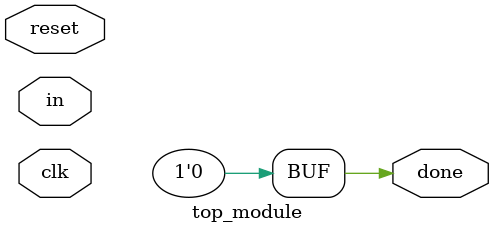
<source format=sv>
module top_module (
    input clk,
    input in,
    input reset,
    output reg done
);

    // Define states
    typedef enum reg [1:0] {
        IDLE = 2'b00,
        START = 2'b01,
        RECEIVE = 2'b10,
        STOP = 2'b11
    } state_t;

    state_t current_state, next_state;
    reg [3:0] bit_count; // Increased width to count up to 10 bits (start, 8 data, stop)
    reg start_detected;

    // State Transition Logic
    always @(posedge clk or posedge reset) begin
        if (reset) begin
            current_state <= IDLE;
            bit_count <= 4'b0000;
            done <= 0;
            start_detected <= 0;
        end else begin
            current_state <= next_state;
        end
    end

    // Next State Logic
    always @(*) begin
        next_state = current_state;
        done = 0;
        case (current_state)
            IDLE: begin
                if (~in) // 'in' detected 0 (start bit)
                    next_state = START;
            end
            START: begin
                if (bit_count == 4'b0001)
                    next_state = RECEIVE;
            end
            RECEIVE: begin
                if (bit_count == 4'd9)
                    next_state = STOP;
            end
            STOP: begin
                if (in) // 'in' detected 1 (stop bit)
                    next_state = IDLE;
            end
        endcase
    end

    // Bit Count Logic
    always @(posedge clk or posedge reset) begin
        if (reset) begin
            bit_count <= 4'b0000;
            start_detected <= 0;
        end else if (current_state == START) begin
            bit_count <= bit_count + 1;
            start_detected <= 1;
        end else if (current_state == RECEIVE) begin
            bit_count <= bit_count + 1;
        end else if (current_state == STOP) begin
            bit_count <= 4'b0000;
        end else if (current_state == IDLE) begin
            bit_count <= 4'b0000;
            start_detected <= 0;
        end
    end

    // Done Logic
    always @(posedge clk or posedge reset) begin
        if (reset) begin
            done <= 0;
        end else if (current_state == STOP && in && start_detected) begin
            done <= 1;
        end else begin
            done <= 0;
        end
    end

endmodule

</source>
